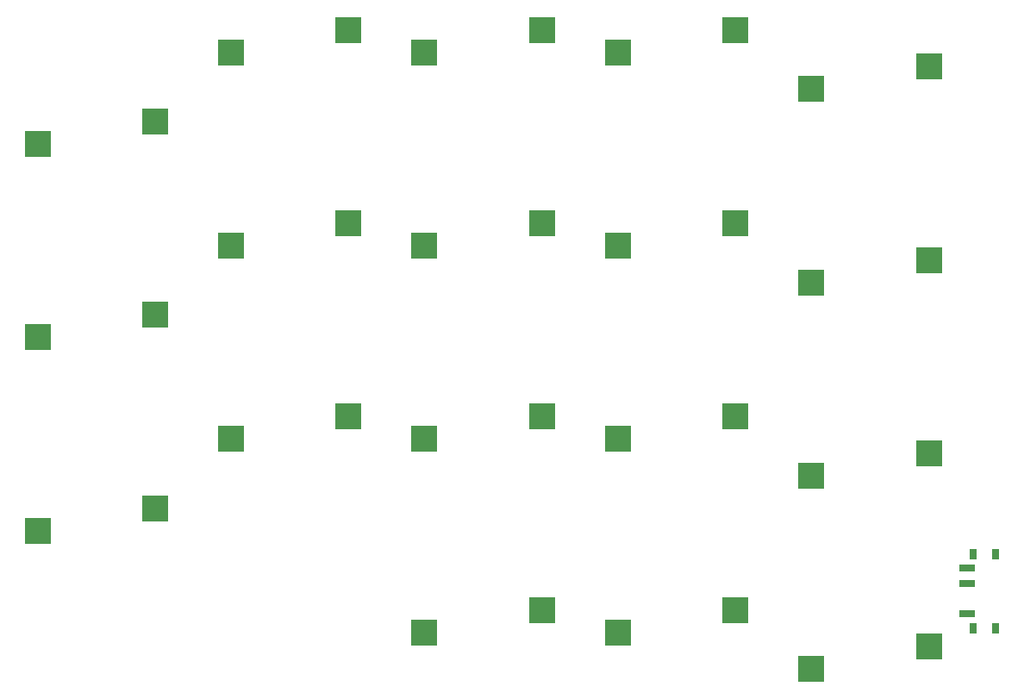
<source format=gbr>
%TF.GenerationSoftware,KiCad,Pcbnew,7.0.7*%
%TF.CreationDate,2023-11-30T20:13:54-05:00*%
%TF.ProjectId,pcb,7063622e-6b69-4636-9164-5f7063625858,v1.0.0*%
%TF.SameCoordinates,Original*%
%TF.FileFunction,Paste,Top*%
%TF.FilePolarity,Positive*%
%FSLAX46Y46*%
G04 Gerber Fmt 4.6, Leading zero omitted, Abs format (unit mm)*
G04 Created by KiCad (PCBNEW 7.0.7) date 2023-11-30 20:13:54*
%MOMM*%
%LPD*%
G01*
G04 APERTURE LIST*
%ADD10R,2.600000X2.600000*%
%ADD11R,0.800000X1.000000*%
%ADD12R,1.500000X0.700000*%
G04 APERTURE END LIST*
D10*
%TO.C,S16*%
X79275000Y30350000D03*
X67725000Y28150000D03*
%TD*%
%TO.C,S2*%
X3275000Y43950000D03*
X-8275000Y41750000D03*
%TD*%
%TO.C,S11*%
X60275000Y14950000D03*
X48725000Y12750000D03*
%TD*%
%TO.C,S12*%
X60275000Y33950000D03*
X48725000Y31750000D03*
%TD*%
%TO.C,S4*%
X22275000Y33950000D03*
X10725000Y31750000D03*
%TD*%
%TO.C,S17*%
X79275000Y49350000D03*
X67725000Y47150000D03*
%TD*%
%TO.C,S14*%
X60275000Y71950000D03*
X48725000Y69750000D03*
%TD*%
%TO.C,S8*%
X41275000Y33950000D03*
X29725000Y31750000D03*
%TD*%
%TO.C,S5*%
X22275000Y52950000D03*
X10725000Y50750000D03*
%TD*%
%TO.C,S10*%
X41275000Y71950000D03*
X29725000Y69750000D03*
%TD*%
%TO.C,S1*%
X3275000Y24950000D03*
X-8275000Y22750000D03*
%TD*%
%TO.C,S13*%
X60275000Y52950000D03*
X48725000Y50750000D03*
%TD*%
%TO.C,S18*%
X79275000Y68350000D03*
X67725000Y66150000D03*
%TD*%
%TO.C,S9*%
X41275000Y52950000D03*
X29725000Y50750000D03*
%TD*%
%TO.C,S15*%
X79275000Y11350000D03*
X67725000Y9150000D03*
%TD*%
%TO.C,S6*%
X22275000Y71950000D03*
X10725000Y69750000D03*
%TD*%
D11*
%TO.C,*%
X83645000Y13175000D03*
X85855000Y13175000D03*
X83645000Y20475000D03*
X85855000Y20475000D03*
D12*
X82995000Y14575000D03*
X82995000Y17575000D03*
X82995000Y19075000D03*
%TD*%
D10*
%TO.C,S3*%
X3275000Y62950000D03*
X-8275000Y60750000D03*
%TD*%
%TO.C,S7*%
X41275000Y14950000D03*
X29725000Y12750000D03*
%TD*%
M02*

</source>
